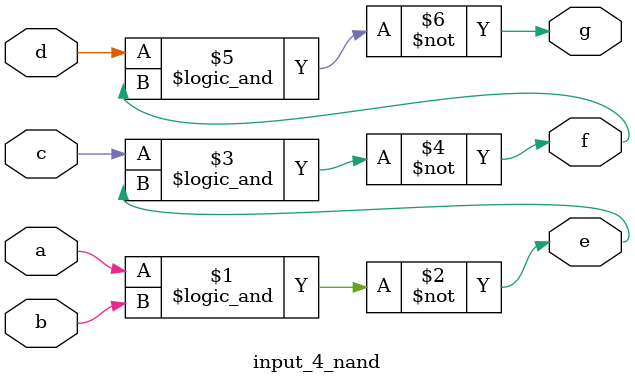
<source format=v>
module input_4_nand(
    input a, 
    input b,
    input c,
    input d,

    output e,
    output f,
    output g
);

assign e = ~ (a && b);
assign f = ~ (c && e);
assign g = ~ (d && f);

endmodule
</source>
